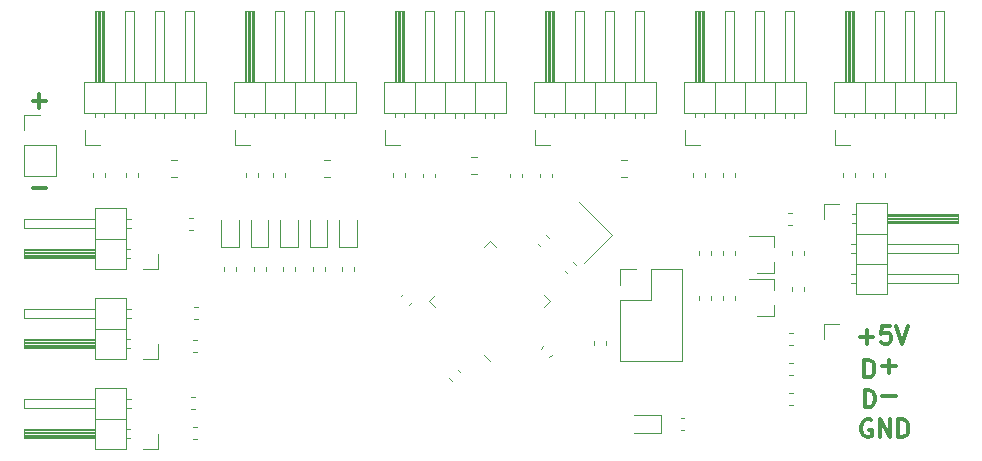
<source format=gbr>
G04 #@! TF.GenerationSoftware,KiCad,Pcbnew,5.1.5+dfsg1-2build2*
G04 #@! TF.CreationDate,2021-01-10T12:40:40-08:00*
G04 #@! TF.ProjectId,board,626f6172-642e-46b6-9963-61645f706362,rev?*
G04 #@! TF.SameCoordinates,Original*
G04 #@! TF.FileFunction,Legend,Top*
G04 #@! TF.FilePolarity,Positive*
%FSLAX46Y46*%
G04 Gerber Fmt 4.6, Leading zero omitted, Abs format (unit mm)*
G04 Created by KiCad (PCBNEW 5.1.5+dfsg1-2build2) date 2021-01-10 12:40:40*
%MOMM*%
%LPD*%
G04 APERTURE LIST*
%ADD10C,0.300000*%
%ADD11C,0.120000*%
G04 APERTURE END LIST*
D10*
X172288342Y-78701200D02*
X172145485Y-78629771D01*
X171931200Y-78629771D01*
X171716914Y-78701200D01*
X171574057Y-78844057D01*
X171502628Y-78986914D01*
X171431200Y-79272628D01*
X171431200Y-79486914D01*
X171502628Y-79772628D01*
X171574057Y-79915485D01*
X171716914Y-80058342D01*
X171931200Y-80129771D01*
X172074057Y-80129771D01*
X172288342Y-80058342D01*
X172359771Y-79986914D01*
X172359771Y-79486914D01*
X172074057Y-79486914D01*
X173002628Y-80129771D02*
X173002628Y-78629771D01*
X173859771Y-80129771D01*
X173859771Y-78629771D01*
X174574057Y-80129771D02*
X174574057Y-78629771D01*
X174931200Y-78629771D01*
X175145485Y-78701200D01*
X175288342Y-78844057D01*
X175359771Y-78986914D01*
X175431200Y-79272628D01*
X175431200Y-79486914D01*
X175359771Y-79772628D01*
X175288342Y-79915485D01*
X175145485Y-80058342D01*
X174931200Y-80129771D01*
X174574057Y-80129771D01*
X171728771Y-76105628D02*
X171728771Y-77605628D01*
X172085914Y-77605628D01*
X172300200Y-77534200D01*
X172443057Y-77391342D01*
X172514485Y-77248485D01*
X172585914Y-76962771D01*
X172585914Y-76748485D01*
X172514485Y-76462771D01*
X172443057Y-76319914D01*
X172300200Y-76177057D01*
X172085914Y-76105628D01*
X171728771Y-76105628D01*
X173228771Y-76677057D02*
X174371628Y-76677057D01*
X171703371Y-73565628D02*
X171703371Y-75065628D01*
X172060514Y-75065628D01*
X172274800Y-74994200D01*
X172417657Y-74851342D01*
X172489085Y-74708485D01*
X172560514Y-74422771D01*
X172560514Y-74208485D01*
X172489085Y-73922771D01*
X172417657Y-73779914D01*
X172274800Y-73637057D01*
X172060514Y-73565628D01*
X171703371Y-73565628D01*
X173203371Y-74137057D02*
X174346228Y-74137057D01*
X173774800Y-73565628D02*
X173774800Y-74708485D01*
X171324828Y-71633542D02*
X172467685Y-71633542D01*
X171896257Y-72204971D02*
X171896257Y-71062114D01*
X173896257Y-70704971D02*
X173181971Y-70704971D01*
X173110542Y-71419257D01*
X173181971Y-71347828D01*
X173324828Y-71276400D01*
X173681971Y-71276400D01*
X173824828Y-71347828D01*
X173896257Y-71419257D01*
X173967685Y-71562114D01*
X173967685Y-71919257D01*
X173896257Y-72062114D01*
X173824828Y-72133542D01*
X173681971Y-72204971D01*
X173324828Y-72204971D01*
X173181971Y-72133542D01*
X173110542Y-72062114D01*
X174396257Y-70704971D02*
X174896257Y-72204971D01*
X175396257Y-70704971D01*
X101282571Y-59035142D02*
X102425428Y-59035142D01*
X101282571Y-51669142D02*
X102425428Y-51669142D01*
X101854000Y-52240571D02*
X101854000Y-51097714D01*
D11*
X168287700Y-71793100D02*
X168287700Y-70523100D01*
X168287700Y-70523100D02*
X169557700Y-70523100D01*
X159764000Y-68163221D02*
X159764000Y-68488779D01*
X160784000Y-68163221D02*
X160784000Y-68488779D01*
X147997487Y-65380940D02*
X150330940Y-63047487D01*
X150330940Y-63047487D02*
X147502513Y-60219060D01*
X145255727Y-73143522D02*
X145025522Y-73373727D01*
X144534478Y-72422273D02*
X144304273Y-72652478D01*
X132442473Y-68207478D02*
X132672678Y-67977273D01*
X133163722Y-68928727D02*
X133393927Y-68698522D01*
X151036000Y-73664000D02*
X156236000Y-73664000D01*
X151036000Y-68524000D02*
X151036000Y-73664000D01*
X156236000Y-65924000D02*
X156236000Y-73664000D01*
X151036000Y-68524000D02*
X153636000Y-68524000D01*
X153636000Y-68524000D02*
X153636000Y-65924000D01*
X153636000Y-65924000D02*
X156236000Y-65924000D01*
X151036000Y-67254000D02*
X151036000Y-65924000D01*
X151036000Y-65924000D02*
X152366000Y-65924000D01*
X156450000Y-52710000D02*
X166730000Y-52710000D01*
X166730000Y-52710000D02*
X166730000Y-50050000D01*
X166730000Y-50050000D02*
X156450000Y-50050000D01*
X156450000Y-50050000D02*
X156450000Y-52710000D01*
X157400000Y-50050000D02*
X157400000Y-44050000D01*
X157400000Y-44050000D02*
X158160000Y-44050000D01*
X158160000Y-44050000D02*
X158160000Y-50050000D01*
X157460000Y-50050000D02*
X157460000Y-44050000D01*
X157580000Y-50050000D02*
X157580000Y-44050000D01*
X157700000Y-50050000D02*
X157700000Y-44050000D01*
X157820000Y-50050000D02*
X157820000Y-44050000D01*
X157940000Y-50050000D02*
X157940000Y-44050000D01*
X158060000Y-50050000D02*
X158060000Y-44050000D01*
X157400000Y-53040000D02*
X157400000Y-52710000D01*
X158160000Y-53040000D02*
X158160000Y-52710000D01*
X159050000Y-52710000D02*
X159050000Y-50050000D01*
X159940000Y-50050000D02*
X159940000Y-44050000D01*
X159940000Y-44050000D02*
X160700000Y-44050000D01*
X160700000Y-44050000D02*
X160700000Y-50050000D01*
X159940000Y-53107071D02*
X159940000Y-52710000D01*
X160700000Y-53107071D02*
X160700000Y-52710000D01*
X161590000Y-52710000D02*
X161590000Y-50050000D01*
X162480000Y-50050000D02*
X162480000Y-44050000D01*
X162480000Y-44050000D02*
X163240000Y-44050000D01*
X163240000Y-44050000D02*
X163240000Y-50050000D01*
X162480000Y-53107071D02*
X162480000Y-52710000D01*
X163240000Y-53107071D02*
X163240000Y-52710000D01*
X164130000Y-52710000D02*
X164130000Y-50050000D01*
X165020000Y-50050000D02*
X165020000Y-44050000D01*
X165020000Y-44050000D02*
X165780000Y-44050000D01*
X165780000Y-44050000D02*
X165780000Y-50050000D01*
X165020000Y-53107071D02*
X165020000Y-52710000D01*
X165780000Y-53107071D02*
X165780000Y-52710000D01*
X157780000Y-55420000D02*
X156510000Y-55420000D01*
X156510000Y-55420000D02*
X156510000Y-54150000D01*
X109222500Y-65913200D02*
X109222500Y-60713200D01*
X109222500Y-60713200D02*
X106562500Y-60713200D01*
X106562500Y-60713200D02*
X106562500Y-65913200D01*
X106562500Y-65913200D02*
X109222500Y-65913200D01*
X106562500Y-64963200D02*
X100562500Y-64963200D01*
X100562500Y-64963200D02*
X100562500Y-64203200D01*
X100562500Y-64203200D02*
X106562500Y-64203200D01*
X106562500Y-64903200D02*
X100562500Y-64903200D01*
X106562500Y-64783200D02*
X100562500Y-64783200D01*
X106562500Y-64663200D02*
X100562500Y-64663200D01*
X106562500Y-64543200D02*
X100562500Y-64543200D01*
X106562500Y-64423200D02*
X100562500Y-64423200D01*
X106562500Y-64303200D02*
X100562500Y-64303200D01*
X109552500Y-64963200D02*
X109222500Y-64963200D01*
X109552500Y-64203200D02*
X109222500Y-64203200D01*
X109222500Y-63313200D02*
X106562500Y-63313200D01*
X106562500Y-62423200D02*
X100562500Y-62423200D01*
X100562500Y-62423200D02*
X100562500Y-61663200D01*
X100562500Y-61663200D02*
X106562500Y-61663200D01*
X109619571Y-62423200D02*
X109222500Y-62423200D01*
X109619571Y-61663200D02*
X109222500Y-61663200D01*
X111932500Y-64583200D02*
X111932500Y-65853200D01*
X111932500Y-65853200D02*
X110662500Y-65853200D01*
X105650000Y-52710000D02*
X115930000Y-52710000D01*
X115930000Y-52710000D02*
X115930000Y-50050000D01*
X115930000Y-50050000D02*
X105650000Y-50050000D01*
X105650000Y-50050000D02*
X105650000Y-52710000D01*
X106600000Y-50050000D02*
X106600000Y-44050000D01*
X106600000Y-44050000D02*
X107360000Y-44050000D01*
X107360000Y-44050000D02*
X107360000Y-50050000D01*
X106660000Y-50050000D02*
X106660000Y-44050000D01*
X106780000Y-50050000D02*
X106780000Y-44050000D01*
X106900000Y-50050000D02*
X106900000Y-44050000D01*
X107020000Y-50050000D02*
X107020000Y-44050000D01*
X107140000Y-50050000D02*
X107140000Y-44050000D01*
X107260000Y-50050000D02*
X107260000Y-44050000D01*
X106600000Y-53040000D02*
X106600000Y-52710000D01*
X107360000Y-53040000D02*
X107360000Y-52710000D01*
X108250000Y-52710000D02*
X108250000Y-50050000D01*
X109140000Y-50050000D02*
X109140000Y-44050000D01*
X109140000Y-44050000D02*
X109900000Y-44050000D01*
X109900000Y-44050000D02*
X109900000Y-50050000D01*
X109140000Y-53107071D02*
X109140000Y-52710000D01*
X109900000Y-53107071D02*
X109900000Y-52710000D01*
X110790000Y-52710000D02*
X110790000Y-50050000D01*
X111680000Y-50050000D02*
X111680000Y-44050000D01*
X111680000Y-44050000D02*
X112440000Y-44050000D01*
X112440000Y-44050000D02*
X112440000Y-50050000D01*
X111680000Y-53107071D02*
X111680000Y-52710000D01*
X112440000Y-53107071D02*
X112440000Y-52710000D01*
X113330000Y-52710000D02*
X113330000Y-50050000D01*
X114220000Y-50050000D02*
X114220000Y-44050000D01*
X114220000Y-44050000D02*
X114980000Y-44050000D01*
X114980000Y-44050000D02*
X114980000Y-50050000D01*
X114220000Y-53107071D02*
X114220000Y-52710000D01*
X114980000Y-53107071D02*
X114980000Y-52710000D01*
X106980000Y-55420000D02*
X105710000Y-55420000D01*
X105710000Y-55420000D02*
X105710000Y-54150000D01*
X169150000Y-52710000D02*
X179430000Y-52710000D01*
X179430000Y-52710000D02*
X179430000Y-50050000D01*
X179430000Y-50050000D02*
X169150000Y-50050000D01*
X169150000Y-50050000D02*
X169150000Y-52710000D01*
X170100000Y-50050000D02*
X170100000Y-44050000D01*
X170100000Y-44050000D02*
X170860000Y-44050000D01*
X170860000Y-44050000D02*
X170860000Y-50050000D01*
X170160000Y-50050000D02*
X170160000Y-44050000D01*
X170280000Y-50050000D02*
X170280000Y-44050000D01*
X170400000Y-50050000D02*
X170400000Y-44050000D01*
X170520000Y-50050000D02*
X170520000Y-44050000D01*
X170640000Y-50050000D02*
X170640000Y-44050000D01*
X170760000Y-50050000D02*
X170760000Y-44050000D01*
X170100000Y-53040000D02*
X170100000Y-52710000D01*
X170860000Y-53040000D02*
X170860000Y-52710000D01*
X171750000Y-52710000D02*
X171750000Y-50050000D01*
X172640000Y-50050000D02*
X172640000Y-44050000D01*
X172640000Y-44050000D02*
X173400000Y-44050000D01*
X173400000Y-44050000D02*
X173400000Y-50050000D01*
X172640000Y-53107071D02*
X172640000Y-52710000D01*
X173400000Y-53107071D02*
X173400000Y-52710000D01*
X174290000Y-52710000D02*
X174290000Y-50050000D01*
X175180000Y-50050000D02*
X175180000Y-44050000D01*
X175180000Y-44050000D02*
X175940000Y-44050000D01*
X175940000Y-44050000D02*
X175940000Y-50050000D01*
X175180000Y-53107071D02*
X175180000Y-52710000D01*
X175940000Y-53107071D02*
X175940000Y-52710000D01*
X176830000Y-52710000D02*
X176830000Y-50050000D01*
X177720000Y-50050000D02*
X177720000Y-44050000D01*
X177720000Y-44050000D02*
X178480000Y-44050000D01*
X178480000Y-44050000D02*
X178480000Y-50050000D01*
X177720000Y-53107071D02*
X177720000Y-52710000D01*
X178480000Y-53107071D02*
X178480000Y-52710000D01*
X170480000Y-55420000D02*
X169210000Y-55420000D01*
X169210000Y-55420000D02*
X169210000Y-54150000D01*
X135386741Y-69105352D02*
X134874089Y-68592700D01*
X134874089Y-68592700D02*
X135386741Y-68080048D01*
X144572059Y-68080048D02*
X145084711Y-68592700D01*
X145084711Y-68592700D02*
X144572059Y-69105352D01*
X140492052Y-64000041D02*
X139979400Y-63487389D01*
X139979400Y-63487389D02*
X139466748Y-64000041D01*
X139466748Y-73185359D02*
X139979400Y-73698011D01*
X100570000Y-58020000D02*
X103230000Y-58020000D01*
X100570000Y-55420000D02*
X100570000Y-58020000D01*
X103230000Y-55420000D02*
X103230000Y-58020000D01*
X100570000Y-55420000D02*
X103230000Y-55420000D01*
X100570000Y-54150000D02*
X100570000Y-52820000D01*
X100570000Y-52820000D02*
X101900000Y-52820000D01*
X144771522Y-63024273D02*
X145001727Y-63254478D01*
X144050273Y-63745522D02*
X144280478Y-63975727D01*
X146336273Y-66031522D02*
X146566478Y-66261727D01*
X147057522Y-65310273D02*
X147287727Y-65540478D01*
X137265822Y-74403473D02*
X137496027Y-74633678D01*
X136544573Y-75124722D02*
X136774778Y-75354927D01*
X122265000Y-61700000D02*
X122265000Y-63985000D01*
X122265000Y-63985000D02*
X123735000Y-63985000D01*
X123735000Y-63985000D02*
X123735000Y-61700000D01*
X121235000Y-63985000D02*
X121235000Y-61700000D01*
X119765000Y-63985000D02*
X121235000Y-63985000D01*
X119765000Y-61700000D02*
X119765000Y-63985000D01*
X165318221Y-71308500D02*
X165643779Y-71308500D01*
X165318221Y-72328500D02*
X165643779Y-72328500D01*
X111932500Y-81093200D02*
X110662500Y-81093200D01*
X111932500Y-79823200D02*
X111932500Y-81093200D01*
X109619571Y-76903200D02*
X109222500Y-76903200D01*
X109619571Y-77663200D02*
X109222500Y-77663200D01*
X100562500Y-76903200D02*
X106562500Y-76903200D01*
X100562500Y-77663200D02*
X100562500Y-76903200D01*
X106562500Y-77663200D02*
X100562500Y-77663200D01*
X109222500Y-78553200D02*
X106562500Y-78553200D01*
X109552500Y-79443200D02*
X109222500Y-79443200D01*
X109552500Y-80203200D02*
X109222500Y-80203200D01*
X106562500Y-79543200D02*
X100562500Y-79543200D01*
X106562500Y-79663200D02*
X100562500Y-79663200D01*
X106562500Y-79783200D02*
X100562500Y-79783200D01*
X106562500Y-79903200D02*
X100562500Y-79903200D01*
X106562500Y-80023200D02*
X100562500Y-80023200D01*
X106562500Y-80143200D02*
X100562500Y-80143200D01*
X100562500Y-79443200D02*
X106562500Y-79443200D01*
X100562500Y-80203200D02*
X100562500Y-79443200D01*
X106562500Y-80203200D02*
X100562500Y-80203200D01*
X106562500Y-81153200D02*
X109222500Y-81153200D01*
X106562500Y-75953200D02*
X106562500Y-81153200D01*
X109222500Y-75953200D02*
X106562500Y-75953200D01*
X109222500Y-81153200D02*
X109222500Y-75953200D01*
X109222500Y-73533200D02*
X109222500Y-68333200D01*
X109222500Y-68333200D02*
X106562500Y-68333200D01*
X106562500Y-68333200D02*
X106562500Y-73533200D01*
X106562500Y-73533200D02*
X109222500Y-73533200D01*
X106562500Y-72583200D02*
X100562500Y-72583200D01*
X100562500Y-72583200D02*
X100562500Y-71823200D01*
X100562500Y-71823200D02*
X106562500Y-71823200D01*
X106562500Y-72523200D02*
X100562500Y-72523200D01*
X106562500Y-72403200D02*
X100562500Y-72403200D01*
X106562500Y-72283200D02*
X100562500Y-72283200D01*
X106562500Y-72163200D02*
X100562500Y-72163200D01*
X106562500Y-72043200D02*
X100562500Y-72043200D01*
X106562500Y-71923200D02*
X100562500Y-71923200D01*
X109552500Y-72583200D02*
X109222500Y-72583200D01*
X109552500Y-71823200D02*
X109222500Y-71823200D01*
X109222500Y-70933200D02*
X106562500Y-70933200D01*
X106562500Y-70043200D02*
X100562500Y-70043200D01*
X100562500Y-70043200D02*
X100562500Y-69283200D01*
X100562500Y-69283200D02*
X106562500Y-69283200D01*
X109619571Y-70043200D02*
X109222500Y-70043200D01*
X109619571Y-69283200D02*
X109222500Y-69283200D01*
X111932500Y-72203200D02*
X111932500Y-73473200D01*
X111932500Y-73473200D02*
X110662500Y-73473200D01*
X118350000Y-52710000D02*
X128630000Y-52710000D01*
X128630000Y-52710000D02*
X128630000Y-50050000D01*
X128630000Y-50050000D02*
X118350000Y-50050000D01*
X118350000Y-50050000D02*
X118350000Y-52710000D01*
X119300000Y-50050000D02*
X119300000Y-44050000D01*
X119300000Y-44050000D02*
X120060000Y-44050000D01*
X120060000Y-44050000D02*
X120060000Y-50050000D01*
X119360000Y-50050000D02*
X119360000Y-44050000D01*
X119480000Y-50050000D02*
X119480000Y-44050000D01*
X119600000Y-50050000D02*
X119600000Y-44050000D01*
X119720000Y-50050000D02*
X119720000Y-44050000D01*
X119840000Y-50050000D02*
X119840000Y-44050000D01*
X119960000Y-50050000D02*
X119960000Y-44050000D01*
X119300000Y-53040000D02*
X119300000Y-52710000D01*
X120060000Y-53040000D02*
X120060000Y-52710000D01*
X120950000Y-52710000D02*
X120950000Y-50050000D01*
X121840000Y-50050000D02*
X121840000Y-44050000D01*
X121840000Y-44050000D02*
X122600000Y-44050000D01*
X122600000Y-44050000D02*
X122600000Y-50050000D01*
X121840000Y-53107071D02*
X121840000Y-52710000D01*
X122600000Y-53107071D02*
X122600000Y-52710000D01*
X123490000Y-52710000D02*
X123490000Y-50050000D01*
X124380000Y-50050000D02*
X124380000Y-44050000D01*
X124380000Y-44050000D02*
X125140000Y-44050000D01*
X125140000Y-44050000D02*
X125140000Y-50050000D01*
X124380000Y-53107071D02*
X124380000Y-52710000D01*
X125140000Y-53107071D02*
X125140000Y-52710000D01*
X126030000Y-52710000D02*
X126030000Y-50050000D01*
X126920000Y-50050000D02*
X126920000Y-44050000D01*
X126920000Y-44050000D02*
X127680000Y-44050000D01*
X127680000Y-44050000D02*
X127680000Y-50050000D01*
X126920000Y-53107071D02*
X126920000Y-52710000D01*
X127680000Y-53107071D02*
X127680000Y-52710000D01*
X119680000Y-55420000D02*
X118410000Y-55420000D01*
X118410000Y-55420000D02*
X118410000Y-54150000D01*
X131110000Y-55420000D02*
X131110000Y-54150000D01*
X132380000Y-55420000D02*
X131110000Y-55420000D01*
X140380000Y-53107071D02*
X140380000Y-52710000D01*
X139620000Y-53107071D02*
X139620000Y-52710000D01*
X140380000Y-44050000D02*
X140380000Y-50050000D01*
X139620000Y-44050000D02*
X140380000Y-44050000D01*
X139620000Y-50050000D02*
X139620000Y-44050000D01*
X138730000Y-52710000D02*
X138730000Y-50050000D01*
X137840000Y-53107071D02*
X137840000Y-52710000D01*
X137080000Y-53107071D02*
X137080000Y-52710000D01*
X137840000Y-44050000D02*
X137840000Y-50050000D01*
X137080000Y-44050000D02*
X137840000Y-44050000D01*
X137080000Y-50050000D02*
X137080000Y-44050000D01*
X136190000Y-52710000D02*
X136190000Y-50050000D01*
X135300000Y-53107071D02*
X135300000Y-52710000D01*
X134540000Y-53107071D02*
X134540000Y-52710000D01*
X135300000Y-44050000D02*
X135300000Y-50050000D01*
X134540000Y-44050000D02*
X135300000Y-44050000D01*
X134540000Y-50050000D02*
X134540000Y-44050000D01*
X133650000Y-52710000D02*
X133650000Y-50050000D01*
X132760000Y-53040000D02*
X132760000Y-52710000D01*
X132000000Y-53040000D02*
X132000000Y-52710000D01*
X132660000Y-50050000D02*
X132660000Y-44050000D01*
X132540000Y-50050000D02*
X132540000Y-44050000D01*
X132420000Y-50050000D02*
X132420000Y-44050000D01*
X132300000Y-50050000D02*
X132300000Y-44050000D01*
X132180000Y-50050000D02*
X132180000Y-44050000D01*
X132060000Y-50050000D02*
X132060000Y-44050000D01*
X132760000Y-44050000D02*
X132760000Y-50050000D01*
X132000000Y-44050000D02*
X132760000Y-44050000D01*
X132000000Y-50050000D02*
X132000000Y-44050000D01*
X131050000Y-50050000D02*
X131050000Y-52710000D01*
X141330000Y-50050000D02*
X131050000Y-50050000D01*
X141330000Y-52710000D02*
X141330000Y-50050000D01*
X131050000Y-52710000D02*
X141330000Y-52710000D01*
X143750000Y-52710000D02*
X154030000Y-52710000D01*
X154030000Y-52710000D02*
X154030000Y-50050000D01*
X154030000Y-50050000D02*
X143750000Y-50050000D01*
X143750000Y-50050000D02*
X143750000Y-52710000D01*
X144700000Y-50050000D02*
X144700000Y-44050000D01*
X144700000Y-44050000D02*
X145460000Y-44050000D01*
X145460000Y-44050000D02*
X145460000Y-50050000D01*
X144760000Y-50050000D02*
X144760000Y-44050000D01*
X144880000Y-50050000D02*
X144880000Y-44050000D01*
X145000000Y-50050000D02*
X145000000Y-44050000D01*
X145120000Y-50050000D02*
X145120000Y-44050000D01*
X145240000Y-50050000D02*
X145240000Y-44050000D01*
X145360000Y-50050000D02*
X145360000Y-44050000D01*
X144700000Y-53040000D02*
X144700000Y-52710000D01*
X145460000Y-53040000D02*
X145460000Y-52710000D01*
X146350000Y-52710000D02*
X146350000Y-50050000D01*
X147240000Y-50050000D02*
X147240000Y-44050000D01*
X147240000Y-44050000D02*
X148000000Y-44050000D01*
X148000000Y-44050000D02*
X148000000Y-50050000D01*
X147240000Y-53107071D02*
X147240000Y-52710000D01*
X148000000Y-53107071D02*
X148000000Y-52710000D01*
X148890000Y-52710000D02*
X148890000Y-50050000D01*
X149780000Y-50050000D02*
X149780000Y-44050000D01*
X149780000Y-44050000D02*
X150540000Y-44050000D01*
X150540000Y-44050000D02*
X150540000Y-50050000D01*
X149780000Y-53107071D02*
X149780000Y-52710000D01*
X150540000Y-53107071D02*
X150540000Y-52710000D01*
X151430000Y-52710000D02*
X151430000Y-50050000D01*
X152320000Y-50050000D02*
X152320000Y-44050000D01*
X152320000Y-44050000D02*
X153080000Y-44050000D01*
X153080000Y-44050000D02*
X153080000Y-50050000D01*
X152320000Y-53107071D02*
X152320000Y-52710000D01*
X153080000Y-53107071D02*
X153080000Y-52710000D01*
X145080000Y-55420000D02*
X143810000Y-55420000D01*
X143810000Y-55420000D02*
X143810000Y-54150000D01*
X164082000Y-66233200D02*
X164082000Y-65303200D01*
X164082000Y-63073200D02*
X164082000Y-64003200D01*
X164082000Y-63073200D02*
X161922000Y-63073200D01*
X164082000Y-66233200D02*
X162622000Y-66233200D01*
X164082000Y-69906000D02*
X162622000Y-69906000D01*
X164082000Y-66746000D02*
X161922000Y-66746000D01*
X164082000Y-66746000D02*
X164082000Y-67676000D01*
X164082000Y-69906000D02*
X164082000Y-68976000D01*
X165356321Y-73873900D02*
X165681879Y-73873900D01*
X165356321Y-74893900D02*
X165681879Y-74893900D01*
X165318221Y-77421200D02*
X165643779Y-77421200D01*
X165318221Y-76401200D02*
X165643779Y-76401200D01*
X148842000Y-71973221D02*
X148842000Y-72298779D01*
X149862000Y-71973221D02*
X149862000Y-72298779D01*
X123510000Y-65737221D02*
X123510000Y-66062779D01*
X122490000Y-65737221D02*
X122490000Y-66062779D01*
X121010000Y-65737221D02*
X121010000Y-66062779D01*
X119990000Y-65737221D02*
X119990000Y-66062779D01*
X115295679Y-70106000D02*
X114970121Y-70106000D01*
X115295679Y-69086000D02*
X114970121Y-69086000D01*
X114889279Y-62553200D02*
X114563721Y-62553200D01*
X114889279Y-61533200D02*
X114563721Y-61533200D01*
X114899221Y-80266000D02*
X115224779Y-80266000D01*
X114899221Y-79246000D02*
X115224779Y-79246000D01*
X115041679Y-77726000D02*
X114716121Y-77726000D01*
X115041679Y-76706000D02*
X114716121Y-76706000D01*
X158244000Y-57749221D02*
X158244000Y-58074779D01*
X157224000Y-57749221D02*
X157224000Y-58074779D01*
X160784000Y-58074779D02*
X160784000Y-57749221D01*
X159764000Y-58074779D02*
X159764000Y-57749221D01*
X107444000Y-57749221D02*
X107444000Y-58074779D01*
X106424000Y-57749221D02*
X106424000Y-58074779D01*
X110238000Y-58074779D02*
X110238000Y-57749221D01*
X109218000Y-58074779D02*
X109218000Y-57749221D01*
X120398000Y-57749221D02*
X120398000Y-58074779D01*
X119378000Y-57749221D02*
X119378000Y-58074779D01*
X122684000Y-58074779D02*
X122684000Y-57749221D01*
X121664000Y-58074779D02*
X121664000Y-57749221D01*
X131824000Y-57749221D02*
X131824000Y-58074779D01*
X132844000Y-57749221D02*
X132844000Y-58074779D01*
X134364000Y-58138279D02*
X134364000Y-57812721D01*
X135384000Y-58138279D02*
X135384000Y-57812721D01*
X141712800Y-57812721D02*
X141712800Y-58138279D01*
X142732800Y-57812721D02*
X142732800Y-58138279D01*
X144252800Y-58138279D02*
X144252800Y-57812721D01*
X145272800Y-58138279D02*
X145272800Y-57812721D01*
X170944000Y-57787321D02*
X170944000Y-58112879D01*
X169924000Y-57787321D02*
X169924000Y-58112879D01*
X173484000Y-58074779D02*
X173484000Y-57749221D01*
X172464000Y-58074779D02*
X172464000Y-57749221D01*
X170997700Y-60303100D02*
X170997700Y-68043100D01*
X170997700Y-68043100D02*
X173657700Y-68043100D01*
X173657700Y-68043100D02*
X173657700Y-60303100D01*
X173657700Y-60303100D02*
X170997700Y-60303100D01*
X173657700Y-61253100D02*
X179657700Y-61253100D01*
X179657700Y-61253100D02*
X179657700Y-62013100D01*
X179657700Y-62013100D02*
X173657700Y-62013100D01*
X173657700Y-61313100D02*
X179657700Y-61313100D01*
X173657700Y-61433100D02*
X179657700Y-61433100D01*
X173657700Y-61553100D02*
X179657700Y-61553100D01*
X173657700Y-61673100D02*
X179657700Y-61673100D01*
X173657700Y-61793100D02*
X179657700Y-61793100D01*
X173657700Y-61913100D02*
X179657700Y-61913100D01*
X170667700Y-61253100D02*
X170997700Y-61253100D01*
X170667700Y-62013100D02*
X170997700Y-62013100D01*
X170997700Y-62903100D02*
X173657700Y-62903100D01*
X173657700Y-63793100D02*
X179657700Y-63793100D01*
X179657700Y-63793100D02*
X179657700Y-64553100D01*
X179657700Y-64553100D02*
X173657700Y-64553100D01*
X170600629Y-63793100D02*
X170997700Y-63793100D01*
X170600629Y-64553100D02*
X170997700Y-64553100D01*
X170997700Y-65443100D02*
X173657700Y-65443100D01*
X173657700Y-66333100D02*
X179657700Y-66333100D01*
X179657700Y-66333100D02*
X179657700Y-67093100D01*
X179657700Y-67093100D02*
X173657700Y-67093100D01*
X170600629Y-66333100D02*
X170997700Y-66333100D01*
X170600629Y-67093100D02*
X170997700Y-67093100D01*
X168287700Y-61633100D02*
X168287700Y-60363100D01*
X168287700Y-60363100D02*
X169557700Y-60363100D01*
X165542179Y-62143100D02*
X165216621Y-62143100D01*
X165542179Y-61123100D02*
X165216621Y-61123100D01*
X165606000Y-64353221D02*
X165606000Y-64678779D01*
X166626000Y-64353221D02*
X166626000Y-64678779D01*
X166626000Y-67401221D02*
X166626000Y-67726779D01*
X165606000Y-67401221D02*
X165606000Y-67726779D01*
X125979422Y-56694000D02*
X126496578Y-56694000D01*
X125979422Y-58114000D02*
X126496578Y-58114000D01*
X113025422Y-58114000D02*
X113542578Y-58114000D01*
X113025422Y-56694000D02*
X113542578Y-56694000D01*
X158752000Y-64353221D02*
X158752000Y-64678779D01*
X157732000Y-64353221D02*
X157732000Y-64678779D01*
X158752000Y-68163221D02*
X158752000Y-68488779D01*
X157732000Y-68163221D02*
X157732000Y-68488779D01*
X159764000Y-64353221D02*
X159764000Y-64678779D01*
X160784000Y-64353221D02*
X160784000Y-64678779D01*
X115224779Y-72900000D02*
X114899221Y-72900000D01*
X115224779Y-71880000D02*
X114899221Y-71880000D01*
X138425422Y-56440000D02*
X138942578Y-56440000D01*
X138425422Y-57860000D02*
X138942578Y-57860000D01*
X151125422Y-58114000D02*
X151642578Y-58114000D01*
X151125422Y-56694000D02*
X151642578Y-56694000D01*
X117265000Y-61700000D02*
X117265000Y-63985000D01*
X117265000Y-63985000D02*
X118735000Y-63985000D01*
X118735000Y-63985000D02*
X118735000Y-61700000D01*
X126235000Y-63985000D02*
X126235000Y-61700000D01*
X124765000Y-63985000D02*
X126235000Y-63985000D01*
X124765000Y-61700000D02*
X124765000Y-63985000D01*
X127265000Y-61700000D02*
X127265000Y-63985000D01*
X127265000Y-63985000D02*
X128735000Y-63985000D01*
X128735000Y-63985000D02*
X128735000Y-61700000D01*
X118510000Y-65737221D02*
X118510000Y-66062779D01*
X117490000Y-65737221D02*
X117490000Y-66062779D01*
X124990000Y-65737221D02*
X124990000Y-66062779D01*
X126010000Y-65737221D02*
X126010000Y-66062779D01*
X156148821Y-79504000D02*
X156474379Y-79504000D01*
X156148821Y-78484000D02*
X156474379Y-78484000D01*
X128510000Y-65737221D02*
X128510000Y-66062779D01*
X127490000Y-65737221D02*
X127490000Y-66062779D01*
X152200000Y-79735000D02*
X154485000Y-79735000D01*
X154485000Y-79735000D02*
X154485000Y-78265000D01*
X154485000Y-78265000D02*
X152200000Y-78265000D01*
M02*

</source>
